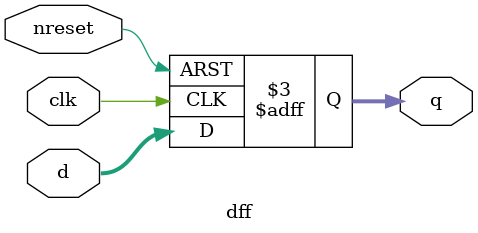
<source format=v>
/*
 * Copyright (c) 2024 Ivan Pancheniak
 * SPDX-License-Identifier: Apache-2.0
 */

module dff (
    input wire clk,
    input wire [7:0] d,
    input wire nreset, //Reset on low
    output reg [7:0] q
);

always @ (posedge clk or negedge nreset) begin
    if(~nreset)
	q = 0;
    else
	q = d;
end

endmodule

</source>
